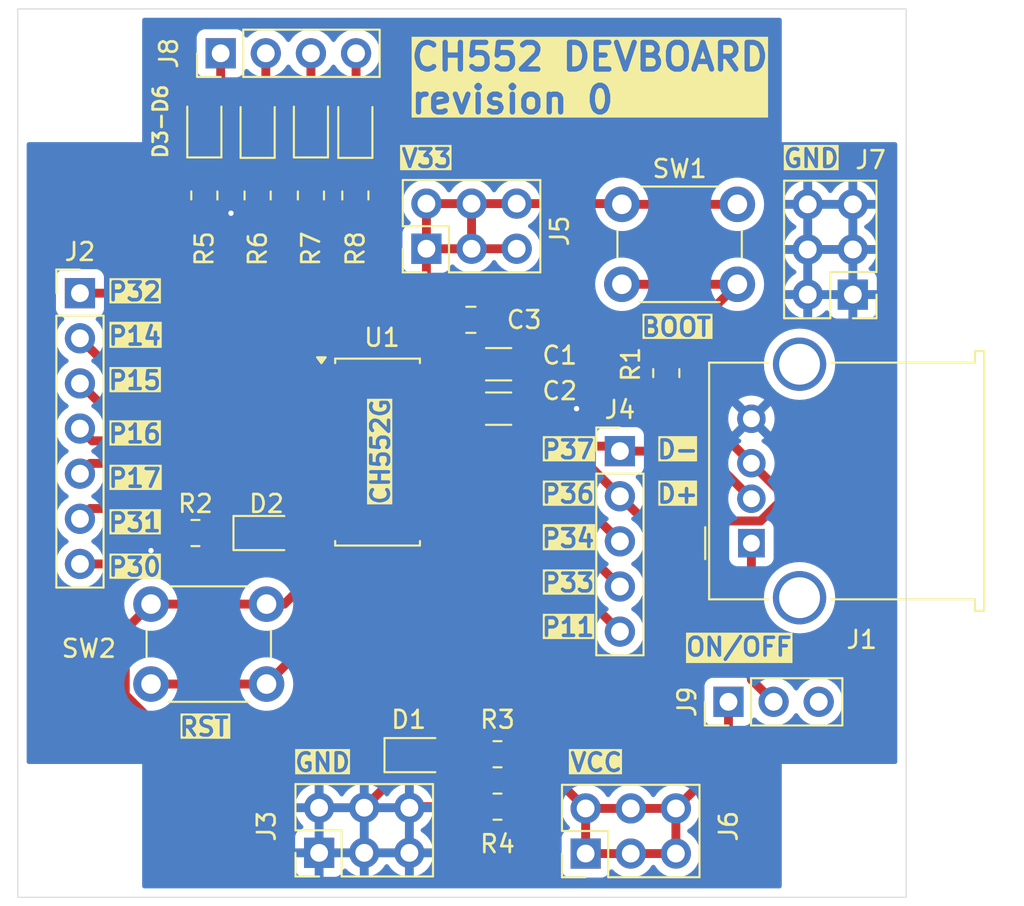
<source format=kicad_pcb>
(kicad_pcb (version 20240108) (generator "pcbnew") (generator_version "8.0")
  (layers (0 "F.Cu" signal) (31 "B.Cu" signal) (34 "B.Paste" user) (35 "F.Paste" user) (36 "B.SilkS" user "B.Silkscreen") (37 "F.SilkS" user "F.Silkscreen") (38 "B.Mask" user) (39 "F.Mask" user) (44 "Edge.Cuts" user))
  (net 0 "")
  (net 1 "V33")
  (net 2 "GND")
  (net 3 "VCC")
  (net 4 "Net-(D1-A)")
  (net 5 "P30")
  (net 6 "Net-(D2-K)")
  (net 8 "P37")
  (net 10 "P36")
  (net 11 "P32")
  (net 12 "P17")
  (net 13 "P14")
  (net 14 "P15")
  (net 15 "P31")
  (net 16 "P16")
  (net 17 "P33")
  (net 18 "P11")
  (net 19 "P34")
  (net 20 "Net-(R1-Pad1)")
  (net 21 "Net-(U1-RST{slash}T2EX{slash}CAP2)")
  (net 22 "Net-(D3-K)")
  (net 23 "Net-(D4-K)")
  (net 24 "Net-(D5-K)")
  (net 25 "Net-(D6-K)")
  (net 26 "Net-(D3-A)")
  (net 27 "Net-(D4-A)")
  (net 28 "Net-(D5-A)")
  (net 29 "Net-(D6-A)")
  (net 30 "Net-(J1-VBUS)")
  (footprint "Package_SO:SOP-16_4.55x10.3mm_P1.27mm" (layer "F.Cu") (at 120.25 74.945)
    (property "Reference" "U1" (at 0.25 -6.445 0) (layer "F.SilkS"))
    (property "Value" "CH552G")
    (fp_line (start -2.385 -5.26) (end -2.385 -5.005) (stroke (width 0.12)) (layer "F.SilkS"))
    (fp_line (start -2.385 5.26) (end -2.385 5.005) (stroke (width 0.12)) (layer "F.SilkS"))
    (fp_line (start 0 -5.26) (end -2.385 -5.26) (stroke (width 0.12)) (layer "F.SilkS"))
    (fp_line (start 0 -5.26) (end 2.385 -5.26) (stroke (width 0.12)) (layer "F.SilkS"))
    (fp_line (start 0 5.26) (end -2.385 5.26) (stroke (width 0.12)) (layer "F.SilkS"))
    (fp_line (start 0 5.26) (end 2.385 5.26) (stroke (width 0.12)) (layer "F.SilkS"))
    (fp_line (start 2.385 -5.26) (end 2.385 -5.005) (stroke (width 0.12)) (layer "F.SilkS"))
    (fp_line (start 2.385 5.26) (end 2.385 5.005) (stroke (width 0.12)) (layer "F.SilkS"))
    (fp_poly (pts (xy -3.1625 -5.005) (xy -3.4025 -5.335) (xy -2.9225 -5.335) (xy -3.1625 -5.005)) (stroke (width 0.12)) (fill solid) (layer "F.SilkS"))
    (pad "1" smd roundrect (at -3.25 -4.445) (size 1.6 0.6) (layers "F.Cu" "F.Paste" "F.Mask") (net 11 "P32"))
    (pad "2" smd roundrect (at -3.25 -3.175) (size 1.6 0.6) (layers "F.Cu" "F.Paste" "F.Mask") (net 13 "P14"))
    (pad "3" smd roundrect (at -3.25 -1.905) (size 1.6 0.6) (layers "F.Cu" "F.Paste" "F.Mask") (net 14 "P15"))
    (pad "4" smd roundrect (at -3.25 -0.635) (size 1.6 0.6) (layers "F.Cu" "F.Paste" "F.Mask") (net 16 "P16"))
    (pad "5" smd roundrect (at -3.25 0.635) (size 1.6 0.6) (layers "F.Cu" "F.Paste" "F.Mask") (net 12 "P17"))
    (pad "6" smd roundrect (at -3.25 1.905) (size 1.6 0.6) (layers "F.Cu" "F.Paste" "F.Mask") (net 21 "Net-(U1-RST{slash}T2EX{slash}CAP2)"))
    (pad "7" smd roundrect (at -3.25 3.175) (size 1.6 0.6) (layers "F.Cu" "F.Paste" "F.Mask") (net 15 "P31"))
    (pad "8" smd roundrect (at -3.25 4.445) (size 1.6 0.6) (layers "F.Cu" "F.Paste" "F.Mask") (net 5 "P30"))
    (pad "9" smd roundrect (at 3.25 4.445) (size 1.6 0.6) (layers "F.Cu" "F.Paste" "F.Mask") (net 18 "P11"))
    (pad "10" smd roundrect (at 3.25 3.175) (size 1.6 0.6) (layers "F.Cu" "F.Paste" "F.Mask") (net 17 "P33"))
    (pad "11" smd roundrect (at 3.25 1.905) (size 1.6 0.6) (layers "F.Cu" "F.Paste" "F.Mask") (net 19 "P34"))
    (pad "12" smd roundrect (at 3.25 0.635) (size 1.6 0.6) (layers "F.Cu" "F.Paste" "F.Mask") (net 10 "P36"))
    (pad "13" smd roundrect (at 3.25 -0.635) (size 1.6 0.6) (layers "F.Cu" "F.Paste" "F.Mask") (net 8 "P37"))
    (pad "14" smd roundrect (at 3.25 -1.905) (size 1.6 0.6) (layers "F.Cu" "F.Paste" "F.Mask") (net 2 "GND"))
    (pad "15" smd roundrect (at 3.25 -3.175) (size 1.6 0.6) (layers "F.Cu" "F.Paste" "F.Mask") (net 3 "VCC"))
    (pad "16" smd roundrect (at 3.25 -4.445) (size 1.6 0.6) (layers "F.Cu" "F.Paste" "F.Mask") (net 1 "V33"))
  )
  (footprint "LED_SMD:LED_0805_2012Metric_Pad1.15x1.40mm_HandSolder" (layer "F.Cu") (at 116.5 56.5 90)
    (property "Reference" "D5" (hide yes))
    (property "Value" "LED" (hide yes))
    (fp_line (start 1 -0.96) (end -1.86 -0.96) (stroke (width 0.12)) (layer "F.SilkS"))
    (fp_line (start -1.86 -0.96) (end -1.86 0.96) (stroke (width 0.12)) (layer "F.SilkS"))
    (fp_line (start -1.86 0.96) (end 1 0.96) (stroke (width 0.12)) (layer "F.SilkS"))
    (pad "1" smd roundrect (at -1.025 0 90) (size 1.15 1.4) (layers "F.Cu" "F.Paste" "F.Mask") (roundrect_rratio 0.217391) (net 24 "Net-(D5-K)"))
    (pad "2" smd roundrect (at 1.025 0 90) (size 1.15 1.4) (layers "F.Cu" "F.Paste" "F.Mask") (roundrect_rratio 0.217391) (net 28 "Net-(D5-A)"))
  )
  (footprint "Connector_PinHeader_2.54mm:PinHeader_1x04_P2.54mm_Vertical" (layer "F.Cu") (at 111.42 52.5 90)
    (property "Reference" "J8" (at 0 -2.92 90) (layer "F.SilkS"))
    (property "Value" "Conn_01x04" (hide yes))
    (fp_line (start -1.33 -1.33) (end 0 -1.33) (stroke (width 0.12)) (layer "F.SilkS"))
    (fp_line (start -1.33 0) (end -1.33 -1.33) (stroke (width 0.12)) (layer "F.SilkS"))
    (fp_line (start 1.33 1.27) (end 1.33 8.95) (stroke (width 0.12)) (layer "F.SilkS"))
    (fp_line (start -1.33 1.27) (end 1.33 1.27) (stroke (width 0.12)) (layer "F.SilkS"))
    (fp_line (start -1.33 1.27) (end -1.33 8.95) (stroke (width 0.12)) (layer "F.SilkS"))
    (fp_line (start -1.33 8.95) (end 1.33 8.95) (stroke (width 0.12)) (layer "F.SilkS"))
    (pad "1" thru_hole rect (at 0 0 90) (size 1.7 1.7) (drill 1) (layers "*.Cu" "*.Mask") (net 26 "Net-(D3-A)"))
    (pad "2" thru_hole oval (at 0 2.54 90) (size 1.7 1.7) (drill 1) (layers "*.Cu" "*.Mask") (net 27 "Net-(D4-A)"))
    (pad "3" thru_hole oval (at 0 5.08 90) (size 1.7 1.7) (drill 1) (layers "*.Cu" "*.Mask") (net 28 "Net-(D5-A)"))
    (pad "4" thru_hole oval (at 0 7.62 90) (size 1.7 1.7) (drill 1) (layers "*.Cu" "*.Mask") (net 29 "Net-(D6-A)"))
  )
  (footprint "LED_SMD:LED_0805_2012Metric_Pad1.15x1.40mm_HandSolder" (layer "F.Cu") (at 122.5 92)
    (property "Reference" "D1" (at -0.5 -2 0) (layer "F.SilkS"))
    (property "Value" "LED")
    (fp_line (start -1.86 -0.96) (end -1.86 0.96) (stroke (width 0.12)) (layer "F.SilkS"))
    (fp_line (start -1.86 0.96) (end 1 0.96) (stroke (width 0.12)) (layer "F.SilkS"))
    (fp_line (start 1 -0.96) (end -1.86 -0.96) (stroke (width 0.12)) (layer "F.SilkS"))
    (pad "1" smd roundrect (at -1.025 0) (size 1.15 1.4) (layers "F.Cu" "F.Paste" "F.Mask") (roundrect_rratio 0.217391) (net 2 "GND"))
    (pad "2" smd roundrect (at 1.025 0) (size 1.15 1.4) (layers "F.Cu" "F.Paste" "F.Mask") (roundrect_rratio 0.217391) (net 4 "Net-(D1-A)"))
  )
  (footprint "LED_SMD:LED_0805_2012Metric_Pad1.15x1.40mm_HandSolder" (layer "F.Cu") (at 114 79.5)
    (property "Reference" "D2" (at 0 -1.65 0) (layer "F.SilkS"))
    (property "Value" "LED")
    (fp_line (start -1.86 -0.96) (end -1.86 0.96) (stroke (width 0.12)) (layer "F.SilkS"))
    (fp_line (start -1.86 0.96) (end 1 0.96) (stroke (width 0.12)) (layer "F.SilkS"))
    (fp_line (start 1 -0.96) (end -1.86 -0.96) (stroke (width 0.12)) (layer "F.SilkS"))
    (pad "1" smd roundrect (at -1.025 0) (size 1.15 1.4) (layers "F.Cu" "F.Paste" "F.Mask") (roundrect_rratio 0.217391) (net 6 "Net-(D2-K)"))
    (pad "2" smd roundrect (at 1.025 0) (size 1.15 1.4) (layers "F.Cu" "F.Paste" "F.Mask") (roundrect_rratio 0.217391) (net 5 "P30"))
  )
  (footprint "MountingHole:MountingHole_3mm" (layer "F.Cu") (at 103.5 53.5)
    (property "Reference" "H1" (hide yes))
    (property "Value" "MountingHole" (hide yes))
    (pad "" np_thru_hole circle (at 0 0) (size 3 3) (drill 3) (layers "*.Cu" "*.Mask"))
  )
  (footprint "LED_SMD:LED_0805_2012Metric_Pad1.15x1.40mm_HandSolder" (layer "F.Cu") (at 113.5 56.525 90)
    (property "Reference" "D4" (hide yes))
    (property "Value" "LED" (hide yes))
    (fp_line (start 1 -0.96) (end -1.86 -0.96) (stroke (width 0.12)) (layer "F.SilkS"))
    (fp_line (start -1.86 -0.96) (end -1.86 0.96) (stroke (width 0.12)) (layer "F.SilkS"))
    (fp_line (start -1.86 0.96) (end 1 0.96) (stroke (width 0.12)) (layer "F.SilkS"))
    (pad "1" smd roundrect (at -1.025 0 90) (size 1.15 1.4) (layers "F.Cu" "F.Paste" "F.Mask") (roundrect_rratio 0.217391) (net 23 "Net-(D4-K)"))
    (pad "2" smd roundrect (at 1.025 0 90) (size 1.15 1.4) (layers "F.Cu" "F.Paste" "F.Mask") (roundrect_rratio 0.217391) (net 27 "Net-(D4-A)"))
  )
  (footprint "LED_SMD:LED_0805_2012Metric_Pad1.15x1.40mm_HandSolder" (layer "F.Cu") (at 110.5 56.5 90)
    (property "Reference" "D3" (hide yes))
    (property "Value" "LED" (hide yes))
    (fp_line (start 1 -0.96) (end -1.86 -0.96) (stroke (width 0.12)) (layer "F.SilkS"))
    (fp_line (start -1.86 -0.96) (end -1.86 0.96) (stroke (width 0.12)) (layer "F.SilkS"))
    (fp_line (start -1.86 0.96) (end 1 0.96) (stroke (width 0.12)) (layer "F.SilkS"))
    (pad "1" smd roundrect (at -1.025 0 90) (size 1.15 1.4) (layers "F.Cu" "F.Paste" "F.Mask") (roundrect_rratio 0.217391) (net 22 "Net-(D3-K)"))
    (pad "2" smd roundrect (at 1.025 0 90) (size 1.15 1.4) (layers "F.Cu" "F.Paste" "F.Mask") (roundrect_rratio 0.217391) (net 26 "Net-(D3-A)"))
  )
  (footprint "Connector_PinHeader_2.54mm:PinHeader_1x05_P2.54mm_Vertical" (layer "F.Cu") (at 133.890001 74.890001)
    (property "Reference" "J4" (at 0 -2.33 0) (layer "F.SilkS"))
    (property "Value" "Conn_01x05" (hide yes))
    (fp_line (start -1.33 -1.33) (end 0 -1.33) (stroke (width 0.12)) (layer "F.SilkS"))
    (fp_line (start -1.33 0) (end -1.33 -1.33) (stroke (width 0.12)) (layer "F.SilkS"))
    (fp_line (start -1.33 1.27) (end -1.33 11.49) (stroke (width 0.12)) (layer "F.SilkS"))
    (fp_line (start -1.33 1.27) (end 1.33 1.27) (stroke (width 0.12)) (layer "F.SilkS"))
    (fp_line (start -1.33 11.49) (end 1.33 11.49) (stroke (width 0.12)) (layer "F.SilkS"))
    (fp_line (start 1.33 1.27) (end 1.33 11.49) (stroke (width 0.12)) (layer "F.SilkS"))
    (pad "1" thru_hole rect (at 0 0) (size 1.7 1.7) (drill 1) (layers "*.Cu" "*.Mask") (net 8 "P37"))
    (pad "2" thru_hole oval (at 0 2.54) (size 1.7 1.7) (drill 1) (layers "*.Cu" "*.Mask") (net 10 "P36"))
    (pad "3" thru_hole oval (at 0 5.08) (size 1.7 1.7) (drill 1) (layers "*.Cu" "*.Mask") (net 19 "P34"))
    (pad "4" thru_hole oval (at 0 7.62) (size 1.7 1.7) (drill 1) (layers "*.Cu" "*.Mask") (net 17 "P33"))
    (pad "5" thru_hole oval (at 0 10.16) (size 1.7 1.7) (drill 1) (layers "*.Cu" "*.Mask") (net 18 "P11"))
  )
  (footprint "Resistor_SMD:R_0805_2012Metric_Pad1.20x1.40mm_HandSolder" (layer "F.Cu") (at 113.5 60.5 90)
    (property "Reference" "R6" (at -3 0 90) (layer "F.SilkS"))
    (property "Value" "1k")
    (fp_line (start -0.227064 -0.735) (end 0.227064 -0.735) (stroke (width 0.12)) (layer "F.SilkS"))
    (fp_line (start -0.227064 0.735) (end 0.227064 0.735) (stroke (width 0.12)) (layer "F.SilkS"))
    (pad "1" smd roundrect (at -1 0 90) (size 1.2 1.4) (layers "F.Cu" "F.Paste" "F.Mask") (roundrect_rratio 0.208333) (net 2 "GND"))
    (pad "2" smd roundrect (at 1 0 90) (size 1.2 1.4) (layers "F.Cu" "F.Paste" "F.Mask") (roundrect_rratio 0.208333) (net 23 "Net-(D4-K)"))
  )
  (footprint "Connector_PinHeader_2.54mm:PinHeader_2x03_P2.54mm_Vertical" (layer "F.Cu") (at 116.96 97.5 90)
    (property "Reference" "J3" (at 1.5 -2.96 90) (layer "F.SilkS"))
    (property "Value" "Conn_02x03_Counter_Clockwise" (hide yes))
    (fp_line (start 3.87 -1.33) (end 3.87 6.41) (stroke (width 0.12)) (layer "F.SilkS"))
    (fp_line (start 1.27 -1.33) (end 3.87 -1.33) (stroke (width 0.12)) (layer "F.SilkS"))
    (fp_line (start -1.33 -1.33) (end 0 -1.33) (stroke (width 0.12)) (layer "F.SilkS"))
    (fp_line (start -1.33 0) (end -1.33 -1.33) (stroke (width 0.12)) (layer "F.SilkS"))
    (fp_line (start 1.27 1.27) (end 1.27 -1.33) (stroke (width 0.12)) (layer "F.SilkS"))
    (fp_line (start -1.33 1.27) (end 1.27 1.27) (stroke (width 0.12)) (layer "F.SilkS"))
    (fp_line (start -1.33 1.27) (end -1.33 6.41) (stroke (width 0.12)) (layer "F.SilkS"))
    (fp_line (start -1.33 6.41) (end 3.87 6.41) (stroke (width 0.12)) (layer "F.SilkS"))
    (pad "1" thru_hole rect (at 0 0 90) (size 1.7 1.7) (drill 1) (layers "*.Cu" "*.Mask") (net 2 "GND"))
    (pad "2" thru_hole oval (at 2.54 0 90) (size 1.7 1.7) (drill 1) (layers "*.Cu" "*.Mask") (net 2 "GND"))
    (pad "3" thru_hole oval (at 0 2.54 90) (size 1.7 1.7) (drill 1) (layers "*.Cu" "*.Mask") (net 2 "GND"))
    (pad "4" thru_hole oval (at 2.54 2.54 90) (size 1.7 1.7) (drill 1) (layers "*.Cu" "*.Mask") (net 2 "GND"))
    (pad "5" thru_hole oval (at 0 5.08 90) (size 1.7 1.7) (drill 1) (layers "*.Cu" "*.Mask") (net 2 "GND"))
    (pad "6" thru_hole oval (at 2.54 5.08 90) (size 1.7 1.7) (drill 1) (layers "*.Cu" "*.Mask") (net 2 "GND"))
  )
  (footprint "Connector_PinHeader_2.54mm:PinHeader_2x03_P2.54mm_Vertical" (layer "F.Cu") (at 147 66.08 180)
    (property "Reference" "J7" (at -1 7.58 0) (layer "F.SilkS"))
    (property "Value" "Conn_02x03_Counter_Clockwise" (hide yes))
    (fp_line (start 3.87 -1.33) (end 3.87 6.41) (stroke (width 0.12)) (layer "F.SilkS"))
    (fp_line (start 1.27 1.27) (end 1.27 -1.33) (stroke (width 0.12)) (layer "F.SilkS"))
    (fp_line (start 1.27 -1.33) (end 3.87 -1.33) (stroke (width 0.12)) (layer "F.SilkS"))
    (fp_line (start -1.33 6.41) (end 3.87 6.41) (stroke (width 0.12)) (layer "F.SilkS"))
    (fp_line (start -1.33 1.27) (end 1.27 1.27) (stroke (width 0.12)) (layer "F.SilkS"))
    (fp_line (start -1.33 1.27) (end -1.33 6.41) (stroke (width 0.12)) (layer "F.SilkS"))
    (fp_line (start -1.33 0) (end -1.33 -1.33) (stroke (width 0.12)) (layer "F.SilkS"))
    (fp_line (start -1.33 -1.33) (end 0 -1.33) (stroke (width 0.12)) (layer "F.SilkS"))
    (pad "1" thru_hole rect (at 0 0 180) (size 1.7 1.7) (drill 1) (layers "*.Cu" "*.Mask") (net 2 "GND"))
    (pad "2" thru_hole oval (at 2.54 0 180) (size 1.7 1.7) (drill 1) (layers "*.Cu" "*.Mask") (net 2 "GND"))
    (pad "3" thru_hole oval (at 0 2.54 180) (size 1.7 1.7) (drill 1) (layers "*.Cu" "*.Mask") (net 2 "GND"))
    (pad "4" thru_hole oval (at 2.54 2.54 180) (size 1.7 1.7) (drill 1) (layers "*.Cu" "*.Mask") (net 2 "GND"))
    (pad "5" thru_hole oval (at 0 5.08 180) (size 1.7 1.7) (drill 1) (layers "*.Cu" "*.Mask") (net 2 "GND"))
    (pad "6" thru_hole oval (at 2.54 5.08 180) (size 1.7 1.7) (drill 1) (layers "*.Cu" "*.Mask") (net 2 "GND"))
  )
  (footprint "Connector_PinHeader_2.54mm:PinHeader_2x03_P2.54mm_Vertical" (layer "F.Cu") (at 123 63.5 90)
    (property "Reference" "J5" (at 1 7.5 90) (layer "F.SilkS"))
    (property "Value" "Conn_02x03_Counter_Clockwise" (hide yes))
    (fp_line (start 3.87 -1.33) (end 3.87 6.41) (stroke (width 0.12)) (layer "F.SilkS"))
    (fp_line (start 1.27 -1.33) (end 3.87 -1.33) (stroke (width 0.12)) (layer "F.SilkS"))
    (fp_line (start -1.33 -1.33) (end 0 -1.33) (stroke (width 0.12)) (layer "F.SilkS"))
    (fp_line (start -1.33 0) (end -1.33 -1.33) (stroke (width 0.12)) (layer "F.SilkS"))
    (fp_line (start 1.27 1.27) (end 1.27 -1.33) (stroke (width 0.12)) (layer "F.SilkS"))
    (fp_line (start -1.33 1.27) (end 1.27 1.27) (stroke (width 0.12)) (layer "F.SilkS"))
    (fp_line (start -1.33 1.27) (end -1.33 6.41) (stroke (width 0.12)) (layer "F.SilkS"))
    (fp_line (start -1.33 6.41) (end 3.87 6.41) (stroke (width 0.12)) (layer "F.SilkS"))
    (pad "1" thru_hole rect (at 0 0 90) (size 1.7 1.7) (drill 1) (layers "*.Cu" "*.Mask") (net 1 "V33"))
    (pad "2" thru_hole oval (at 2.54 0 90) (size 1.7 1.7) (drill 1) (layers "*.Cu" "*.Mask") (net 1 "V33"))
    (pad "3" thru_hole oval (at 0 2.54 90) (size 1.7 1.7) (drill 1) (layers "*.Cu" "*.Mask") (net 1 "V33"))
    (pad "4" thru_hole oval (at 2.54 2.54 90) (size 1.7 1.7) (drill 1) (layers "*.Cu" "*.Mask") (net 1 "V33"))
    (pad "5" thru_hole oval (at 0 5.08 90) (size 1.7 1.7) (drill 1) (layers "*.Cu" "*.Mask") (net 1 "V33"))
    (pad "6" thru_hole oval (at 2.54 5.08 90) (size 1.7 1.7) (drill 1) (layers "*.Cu" "*.Mask") (net 1 "V33"))
  )
  (footprint "Button_Switch_THT:SW_PUSH_6mm_H4.3mm" (layer "F.Cu") (at 107.5 83.5)
    (property "Reference" "SW2" (at -3.5 2.5 0) (layer "F.SilkS"))
    (property "Value" "SW_Push" (hide yes))
    (fp_line (start -0.25 1.5) (end -0.25 3) (stroke (width 0.12)) (layer "F.SilkS"))
    (fp_line (start 1 5.5) (end 5.5 5.5) (stroke (width 0.12)) (layer "F.SilkS"))
    (fp_line (start 5.5 -1) (end 1 -1) (stroke (width 0.12)) (layer "F.SilkS"))
    (fp_line (start 6.75 3) (end 6.75 1.5) (stroke (width 0.12)) (layer "F.SilkS"))
    (pad "1" thru_hole circle (at 0 0 90) (size 2 2) (drill 1.1) (layers "*.Cu" "*.Mask") (net 21 "Net-(U1-RST{slash}T2EX{slash}CAP2)"))
    (pad "1" thru_hole circle (at 6.5 0 90) (size 2 2) (drill 1.1) (layers "*.Cu" "*.Mask") (net 21 "Net-(U1-RST{slash}T2EX{slash}CAP2)"))
    (pad "2" thru_hole circle (at 0 4.5 90) (size 2 2) (drill 1.1) (layers "*.Cu" "*.Mask") (net 1 "V33"))
    (pad "2" thru_hole circle (at 6.5 4.5 90) (size 2 2) (drill 1.1) (layers "*.Cu" "*.Mask") (net 1 "V33"))
  )
  (footprint "Resistor_SMD:R_0805_2012Metric_Pad1.20x1.40mm_HandSolder" (layer "F.Cu") (at 119 60.5 90)
    (property "Reference" "R8" (at -3 0 90) (layer "F.SilkS"))
    (property "Value" "1k")
    (fp_line (start -0.227064 -0.735) (end 0.227064 -0.735) (stroke (width 0.12)) (layer "F.SilkS"))
    (fp_line (start -0.227064 0.735) (end 0.227064 0.735) (stroke (width 0.12)) (layer "F.SilkS"))
    (pad "1" smd roundrect (at -1 0 90) (size 1.2 1.4) (layers "F.Cu" "F.Paste" "F.Mask") (roundrect_rratio 0.208333) (net 2 "GND"))
    (pad "2" smd roundrect (at 1 0 90) (size 1.2 1.4) (layers "F.Cu" "F.Paste" "F.Mask") (roundrect_rratio 0.208333) (net 25 "Net-(D6-K)"))
  )
  (footprint "Resistor_SMD:R_0805_2012Metric_Pad1.20x1.40mm_HandSolder" (layer "F.Cu") (at 116.5 60.5 90)
    (property "Reference" "R7" (at -3 0 90) (layer "F.SilkS"))
    (property "Value" "1k")
    (fp_line (start -0.227064 -0.735) (end 0.227064 -0.735) (stroke (width 0.12)) (layer "F.SilkS"))
    (fp_line (start -0.227064 0.735) (end 0.227064 0.735) (stroke (width 0.12)) (layer "F.SilkS"))
    (pad "1" smd roundrect (at -1 0 90) (size 1.2 1.4) (layers "F.Cu" "F.Paste" "F.Mask") (roundrect_rratio 0.208333) (net 2 "GND"))
    (pad "2" smd roundrect (at 1 0 90) (size 1.2 1.4) (layers "F.Cu" "F.Paste" "F.Mask") (roundrect_rratio 0.208333) (net 24 "Net-(D5-K)"))
  )
  (footprint "Connector_PinHeader_2.54mm:PinHeader_2x03_P2.54mm_Vertical" (layer "F.Cu") (at 131.96 97.54 90)
    (property "Reference" "J6" (at 1.54 8.04 -90) (layer "F.SilkS"))
    (property "Value" "Conn_02x03_Counter_Clockwise" (hide yes))
    (fp_line (start 3.87 -1.33) (end 3.87 6.41) (stroke (width 0.12)) (layer "F.SilkS"))
    (fp_line (start 1.27 -1.33) (end 3.87 -1.33) (stroke (width 0.12)) (layer "F.SilkS"))
    (fp_line (start -1.33 -1.33) (end 0 -1.33) (stroke (width 0.12)) (layer "F.SilkS"))
    (fp_line (start -1.33 0) (end -1.33 -1.33) (stroke (width 0.12)) (layer "F.SilkS"))
    (fp_line (start 1.27 1.27) (end 1.27 -1.33) (stroke (width 0.12)) (layer "F.SilkS"))
    (fp_line (start -1.33 1.27) (end 1.27 1.27) (stroke (width 0.12)) (layer "F.SilkS"))
    (fp_line (start -1.33 1.27) (end -1.33 6.41) (stroke (width 0.12)) (layer "F.SilkS"))
    (fp_line (start -1.33 6.41) (end 3.87 6.41) (stroke (width 0.12)) (layer "F.SilkS"))
    (pad "1" thru_hole rect (at 0 0 90) (size 1.7 1.7) (drill 1) (layers "*.Cu" "*.Mask") (net 3 "VCC"))
    (pad "2" thru_hole oval (at 2.54 0 90) (size 1.7 1.7) (drill 1) (layers "*.Cu" "*.Mask") (net 3 "VCC"))
    (pad "3" thru_hole oval (at 0 2.54 90) (size 1.7 1.7) (drill 1) (layers "*.Cu" "*.Mask") (net 3 "VCC"))
    (pad "4" thru_hole oval (at 2.54 2.54 90) (size 1.7 1.7) (drill 1) (layers "*.Cu" "*.Mask") (net 3 "VCC"))
    (pad "5" thru_hole oval (at 0 5.08 90) (size 1.7 1.7) (drill 1) (layers "*.Cu" "*.Mask") (net 3 "VCC"))
    (pad "6" thru_hole oval (at 2.54 5.08 90) (size 1.7 1.7) (drill 1) (layers "*.Cu" "*.Mask") (net 3 "VCC"))
  )
  (footprint "Resistor_SMD:R_0805_2012Metric_Pad1.20x1.40mm_HandSolder" (layer "F.Cu") (at 127 91.95)
    (property "Reference" "R3" (at 0 -1.95 0) (layer "F.SilkS"))
    (property "Value" "1k")
    (fp_line (start -0.227064 -0.735) (end 0.227064 -0.735) (stroke (width 0.12)) (layer "F.SilkS"))
    (fp_line (start -0.227064 0.735) (end 0.227064 0.735) (stroke (width 0.12)) (layer "F.SilkS"))
    (pad "1" smd roundrect (at -1 0) (size 1.2 1.4) (layers "F.Cu" "F.Paste" "F.Mask") (roundrect_rratio 0.208333) (net 4 "Net-(D1-A)"))
    (pad "2" smd roundrect (at 1 0) (size 1.2 1.4) (layers "F.Cu" "F.Paste" "F.Mask") (roundrect_rratio 0.208333) (net 3 "VCC"))
  )
  (footprint "Resistor_SMD:R_0805_2012Metric_Pad1.20x1.40mm_HandSolder" (layer "F.Cu") (at 136.5 70.5 -90)
    (property "Reference" "R1" (at -0.5 2 -90) (layer "F.SilkS"))
    (property "Value" "10k")
    (fp_line (start -0.227064 0.735) (end 0.227064 0.735) (stroke (width 0.12)) (layer "F.SilkS"))
    (fp_line (start -0.227064 -0.735) (end 0.227064 -0.735) (stroke (width 0.12)) (layer "F.SilkS"))
    (pad "1" smd roundrect (at -1 0 270) (size 1.2 1.4) (layers "F.Cu" "F.Paste" "F.Mask") (roundrect_rratio 0.208333) (net 20 "Net-(R1-Pad1)"))
    (pad "2" smd roundrect (at 1 0 270) (size 1.2 1.4) (layers "F.Cu" "F.Paste" "F.Mask") (roundrect_rratio 0.208333) (net 10 "P36"))
  )
  (footprint "Capacitor_SMD:C_1206_3216Metric_Pad1.33x1.80mm_HandSolder" (layer "F.Cu") (at 127.0625 72.5 180)
    (property "Reference" "C2" (at -3.4375 1 0) (layer "F.SilkS"))
    (property "Value" "100n")
    (fp_line (start -0.711252 0.91) (end 0.711252 0.91) (stroke (width 0.12)) (layer "F.SilkS"))
    (fp_line (start -0.711252 -0.91) (end 0.711252 -0.91) (stroke (width 0.12)) (layer "F.SilkS"))
    (pad "1" smd roundrect (at -1.5625 0 180) (size 1.325 1.8) (layers "F.Cu" "F.Paste" "F.Mask") (roundrect_rratio 0.188679) (net 2 "GND"))
    (pad "2" smd roundrect (at 1.5625 0 180) (size 1.325 1.8) (layers "F.Cu" "F.Paste" "F.Mask") (roundrect_rratio 0.188679) (net 3 "VCC"))
  )
  (footprint "Resistor_SMD:R_0805_2012Metric_Pad1.20x1.40mm_HandSolder" (layer "F.Cu") (at 110 79.5)
    (property "Reference" "R2" (at 0 -1.65 0) (layer "F.SilkS"))
    (property "Value" "1k")
    (fp_line (start -0.227064 -0.735) (end 0.227064 -0.735) (stroke (width 0.12)) (layer "F.SilkS"))
    (fp_line (start -0.227064 0.735) (end 0.227064 0.735) (stroke (width 0.12)) (layer "F.SilkS"))
    (pad "1" smd roundrect (at -1 0) (size 1.2 1.4) (layers "F.Cu" "F.Paste" "F.Mask") (roundrect_rratio 0.208333) (net 2 "GND"))
    (pad "2" smd roundrect (at 1 0) (size 1.2 1.4) (layers "F.Cu" "F.Paste" "F.Mask") (roundrect_rratio 0.208333) (net 6 "Net-(D2-K)"))
  )
  (footprint "Resistor_SMD:R_0805_2012Metric_Pad1.20x1.40mm_HandSolder" (layer "F.Cu") (at 127 94.9)
    (property "Reference" "R4" (at 0 2.1 0) (layer "F.SilkS"))
    (property "Value" "10k")
    (fp_line (start -0.227064 -0.735) (end 0.227064 -0.735) (stroke (width 0.12)) (layer "F.SilkS"))
    (fp_line (start -0.227064 0.735) (end 0.227064 0.735) (stroke (width 0.12)) (layer "F.SilkS"))
    (pad "1" smd roundrect (at -1 0) (size 1.2 1.4) (layers "F.Cu" "F.Paste" "F.Mask") (roundrect_rratio 0.208333) (net 2 "GND"))
    (pad "2" smd roundrect (at 1 0) (size 1.2 1.4) (layers "F.Cu" "F.Paste" "F.Mask") (roundrect_rratio 0.208333) (net 21 "Net-(U1-RST{slash}T2EX{slash}CAP2)"))
  )
  (footprint "MountingHole:MountingHole_3mm" (layer "F.Cu") (at 103.5 96.5)
    (property "Reference" "H3" (hide yes))
    (property "Value" "MountingHole" (hide yes))
    (pad "" np_thru_hole circle (at 0 0) (size 3 3) (drill 3) (layers "*.Cu" "*.Mask"))
  )
  (footprint "LED_SMD:LED_0805_2012Metric_Pad1.15x1.40mm_HandSolder" (layer "F.Cu") (at 119 56.525 90)
    (property "Reference" "D6" (hide yes))
    (property "Value" "LED" (hide yes))
    (fp_line (start 1 -0.96) (end -1.86 -0.96) (stroke (width 0.12)) (layer "F.SilkS"))
    (fp_line (start -1.86 -0.96) (end -1.86 0.96) (stroke (width 0.12)) (layer "F.SilkS"))
    (fp_line (start -1.86 0.96) (end 1 0.96) (stroke (width 0.12)) (layer "F.SilkS"))
    (pad "1" smd roundrect (at -1.025 0 90) (size 1.15 1.4) (layers "F.Cu" "F.Paste" "F.Mask") (roundrect_rratio 0.217391) (net 25 "Net-(D6-K)"))
    (pad "2" smd roundrect (at 1.025 0 90) (size 1.15 1.4) (layers "F.Cu" "F.Paste" "F.Mask") (roundrect_rratio 0.217391) (net 29 "Net-(D6-A)"))
  )
  (footprint "Resistor_SMD:R_0805_2012Metric_Pad1.20x1.40mm_HandSolder" (layer "F.Cu") (at 110.5 60.5 90)
    (property "Reference" "R5" (at -3 0 90) (layer "F.SilkS"))
    (property "Value" "1k")
    (fp_line (start -0.227064 -0.735) (end 0.227064 -0.735) (stroke (width 0.12)) (layer "F.SilkS"))
    (fp_line (start -0.227064 0.735) (end 0.227064 0.735) (stroke (width 0.12)) (layer "F.SilkS"))
    (pad "1" smd roundrect (at -1 0 90) (size 1.2 1.4) (layers "F.Cu" "F.Paste" "F.Mask") (roundrect_rratio 0.208333) (net 2 "GND"))
    (pad "2" smd roundrect (at 1 0 90) (size 1.2 1.4) (layers "F.Cu" "F.Paste" "F.Mask") (roundrect_rratio 0.208333) (net 22 "Net-(D3-K)"))
  )
  (footprint "MountingHole:MountingHole_3mm" (layer "F.Cu") (at 146.5 53.5)
    (property "Reference" "H2" (hide yes))
    (property "Value" "MountingHole" (hide yes))
    (pad "" np_thru_hole circle (at 0 0) (size 3 3) (drill 3) (layers "*.Cu" "*.Mask"))
  )
  (footprint "Connector_PinHeader_2.54mm:PinHeader_1x07_P2.54mm_Vertical" (layer "F.Cu") (at 103.5 66)
    (property "Reference" "J2" (at 0 -2.33 0) (layer "F.SilkS"))
    (property "Value" "Conn_01x07" (hide yes))
    (fp_line (start -1.33 -1.33) (end 0 -1.33) (stroke (width 0.12)) (layer "F.SilkS"))
    (fp_line (start -1.33 0) (end -1.33 -1.33) (stroke (width 0.12)) (layer "F.SilkS"))
    (fp_line (start -1.33 1.27) (end -1.33 16.57) (stroke (width 0.12)) (layer "F.SilkS"))
    (fp_line (start -1.33 1.27) (end 1.33 1.27) (stroke (width 0.12)) (layer "F.SilkS"))
    (fp_line (start -1.33 16.57) (end 1.33 16.57) (stroke (width 0.12)) (layer "F.SilkS"))
    (fp_line (start 1.33 1.27) (end 1.33 16.57) (stroke (width 0.12)) (layer "F.SilkS"))
    (pad "1" thru_hole rect (at 0 0) (size 1.7 1.7) (drill 1) (layers "*.Cu" "*.Mask") (net 11 "P32"))
    (pad "2" thru_hole oval (at 0 2.54) (size 1.7 1.7) (drill 1) (layers "*.Cu" "*.Mask") (net 13 "P14"))
    (pad "3" thru_hole oval (at 0 5.08) (size 1.7 1.7) (drill 1) (layers "*.Cu" "*.Mask") (net 14 "P15"))
    (pad "4" thru_hole oval (at 0 7.62) (size 1.7 1.7) (drill 1) (layers "*.Cu" "*.Mask") (net 16 "P16"))
    (pad "5" thru_hole oval (at 0 10.16) (size 1.7 1.7) (drill 1) (layers "*.Cu" "*.Mask") (net 12 "P17"))
    (pad "6" thru_hole oval (at 0 12.7) (size 1.7 1.7) (drill 1) (layers "*.Cu" "*.Mask") (net 15 "P31"))
    (pad "7" thru_hole oval (at 0 15.24) (size 1.7 1.7) (drill 1) (layers "*.Cu" "*.Mask") (net 5 "P30"))
  )
  (footprint "Connector_PinHeader_2.54mm:PinHeader_1x03_P2.54mm_Vertical" (layer "F.Cu") (at 140 89 90)
    (property "Reference" "J9" (at 0 -2.33 90) (layer "F.SilkS"))
    (property "Value" "Conn_01x03")
    (fp_line (start -1.33 -1.33) (end 0 -1.33) (stroke (width 0.12)) (layer "F.SilkS"))
    (fp_line (start -1.33 0) (end -1.33 -1.33) (stroke (width 0.12)) (layer "F.SilkS"))
    (fp_line (start 1.33 1.27) (end 1.33 6.41) (stroke (width 0.12)) (layer "F.SilkS"))
    (fp_line (start -1.33 1.27) (end 1.33 1.27) (stroke (width 0.12)) (layer "F.SilkS"))
    (fp_line (start -1.33 1.27) (end -1.33 6.41) (stroke (width 0.12)) (layer "F.SilkS"))
    (fp_line (start -1.33 6.41) (end 1.33 6.41) (stroke (width 0.12)) (layer "F.SilkS"))
    (pad "1" thru_hole rect (at 0 0 90) (size 1.7 1.7) (drill 1) (layers "*.Cu" "*.Mask") (net 3 "VCC"))
    (pad "2" thru_hole oval (at 0 2.54 90) (size 1.7 1.7) (drill 1) (layers "*.Cu" "*.Mask") (net 30 "Net-(J1-VBUS)"))
    (pad "3" thru_hole oval (at 0 5.08 90) (size 1.7 1.7) (drill 1) (layers "*.Cu" "*.Mask"))
  )
  (footprint "Capacitor_SMD:C_1206_3216Metric_Pad1.33x1.80mm_HandSolder" (layer "F.Cu") (at 127.0625 70 180)
    (property "Reference" "C1" (at -3.4375 0.5 0) (layer "F.SilkS"))
    (property "Value" "100n")
    (fp_line (start -0.711252 0.91) (end 0.711252 0.91) (stroke (width 0.12)) (layer "F.SilkS"))
    (fp_line (start -0.711252 -0.91) (end 0.711252 -0.91) (stroke (width 0.12)) (layer "F.SilkS"))
    (pad "1" smd roundrect (at -1.5625 0 180) (size 1.325 1.8) (layers "F.Cu" "F.Paste" "F.Mask") (roundrect_rratio 0.188679) (net 2 "GND"))
    (pad "2" smd roundrect (at 1.5625 0 180) (size 1.325 1.8) (layers "F.Cu" "F.Paste" "F.Mask") (roundrect_rratio 0.188679) (net 1 "V33"))
  )
  (footprint "Capacitor_SMD:C_0805_2012Metric_Pad1.18x1.45mm_HandSolder" (layer "F.Cu") (at 125.5 67.5)
    (property "Reference" "C3" (at 3 0 0) (layer "F.SilkS"))
    (property "Value" "10uf")
    (fp_line (start -0.261252 -0.735) (end 0.261252 -0.735) (stroke (width 0.12)) (layer "F.SilkS"))
    (fp_line (start -0.261252 0.735) (end 0.261252 0.735) (stroke (width 0.12)) (layer "F.SilkS"))
    (pad "1" smd roundrect (at -1.0375 0) (size 1.175 1.45) (layers "F.Cu" "F.Paste" "F.Mask") (roundrect_rratio 0.212766) (net 1 "V33"))
    (pad "2" smd roundrect (at 1.0375 0) (size 1.175 1.45) (layers "F.Cu" "F.Paste" "F.Mask") (roundrect_rratio 0.212766) (net 2 "GND"))
  )
  (footprint "Library:USB_A_Molex_67643_Horizontal" (layer "F.Cu") (at 141.29 80.07 90)
    (property "Reference" "J1" (at -5.43 6.21 180) (layer "F.SilkS"))
    (property "Value" "USB1")
    (fp_line (start -0.9 -2.6) (end 0.9 -2.6) (stroke (width 0.12)) (layer "F.SilkS"))
    (fp_line (start 10.16 -2.38) (end 10.16 0.95) (stroke (width 0.12)) (layer "F.SilkS"))
    (fp_line (start -3.16 -2.38) (end 10.16 -2.38) (stroke (width 0.12)) (layer "F.SilkS"))
    (fp_line (start -3.16 -2.38) (end -3.16 0.95) (stroke (width 0.12)) (layer "F.SilkS"))
    (fp_line (start 10.16 4.47) (end 10.16 12.58) (stroke (width 0.12)) (layer "F.SilkS"))
    (fp_line (start 10.81 12.58) (end 10.16 12.58) (stroke (width 0.12)) (layer "F.SilkS"))
    (fp_line (start -3.16 12.58) (end -3.16 4.47) (stroke (width 0.12)) (layer "F.SilkS"))
    (fp_line (start -3.16 12.58) (end -3.81 12.58) (stroke (width 0.12)) (layer "F.SilkS"))
    (fp_line (start -3.81 12.58) (end -3.81 13.1) (stroke (width 0.12)) (layer "F.SilkS"))
    (fp_line (start 10.81 13.1) (end 10.81 12.58) (stroke (width 0.12)) (layer "F.SilkS"))
    (fp_line (start -3.81 13.1) (end 10.81 13.1) (stroke (width 0.12)) (layer "F.SilkS"))
    (pad "1" thru_hole rect (at 0 0 90) (size 1.6 1.5) (drill 0.95) (layers "*.Cu" "*.Mask") (net 30 "Net-(J1-VBUS)"))
    (pad "2" thru_hole circle (at 2.5 0 90) (size 1.6 1.6) (drill 0.95) (layers "*.Cu" "*.Mask") (net 8 "P37"))
    (pad "3" thru_hole circle (at 4.5 0 90) (size 1.6 1.6) (drill 0.95) (layers "*.Cu" "*.Mask") (net 10 "P36"))
    (pad "4" thru_hole circle (at 7 0 90) (size 1.6 1.6) (drill 0.95) (layers "*.Cu" "*.Mask") (net 2 "GND"))
    (pad "5" thru_hole circle (at -3.07 2.71 90) (size 3 3) (drill 2.3) (layers "*.Cu" "*.Mask"))
    (pad "5" thru_hole circle (at 10.07 2.71 90) (size 3 3) (drill 2.3) (layers "*.Cu" "*.Mask"))
  )
  (footprint "MountingHole:MountingHole_3mm" (layer "F.Cu") (at 146.5 96.5)
    (property "Reference" "H4" (hide yes))
    (property "Value" "MountingHole" (hide yes))
    (pad "" np_thru_hole circle (at 0 0) (size 3 3) (drill 3) (layers "*.Cu" "*.Mask"))
  )
  (footprint "Button_Switch_THT:SW_PUSH_6mm_H4.3mm" (layer "F.Cu") (at 134 61)
    (property "Reference" "SW1" (at 3.25 -2 0) (layer "F.SilkS"))
    (property "Value" "SW_Push" (hide yes))
    (fp_line (start -0.25 1.5) (end -0.25 3) (stroke (width 0.12)) (layer "F.SilkS"))
    (fp_line (start 1 5.5) (end 5.5 5.5) (stroke (width 0.12)) (layer "F.SilkS"))
    (fp_line (start 5.5 -1) (end 1 -1) (stroke (width 0.12)) (layer "F.SilkS"))
    (fp_line (start 6.75 3) (end 6.75 1.5) (stroke (width 0.12)) (layer "F.SilkS"))
    (pad "1" thru_hole circle (at 0 0 90) (size 2 2) (drill 1.1) (layers "*.Cu" "*.Mask") (net 1 "V33"))
    (pad "1" thru_hole circle (at 6.5 0 90) (size 2 2) (drill 1.1) (layers "*.Cu" "*.Mask") (net 1 "V33"))
    (pad "2" thru_hole circle (at 0 4.5 90) (size 2 2) (drill 1.1) (layers "*.Cu" "*.Mask") (net 20 "Net-(R1-Pad1)"))
    (pad "2" thru_hole circle (at 6.5 4.5 90) (size 2 2) (drill 1.1) (layers "*.Cu" "*.Mask") (net 20 "Net-(R1-Pad1)"))
  )
  (gr_rect (start 100 50) (end 150 100) (stroke (width 0.05)) (fill none) (layer "Edge.Cuts"))
  (gr_text "P34" (at 129.390001 80.390001 0) (layer "F.SilkS" knockout) (effects (font (size 1 1) (thickness 0.2) (bold yes)) (justify left bottom)))
  (gr_text "GND" (at 143 59 0) (layer "F.SilkS" knockout) (effects (font (size 1 1) (thickness 0.2) (bold yes)) (justify left bottom)))
  (gr_text "CH552G" (at 121 78 90) (layer "F.SilkS" knockout) (effects (font (size 1 1) (thickness 0.2) (bold yes)) (justify left bottom)))
  (gr_text "RST" (at 109 91 0) (layer "F.SilkS" knockout) (effects (font (size 1 1) (thickness 0.2) (bold yes)) (justify left bottom)))
  (gr_text "BOOT" (at 135 68.5 0) (layer "F.SilkS" knockout) (effects (font (size 1 1) (thickness 0.2) (bold yes)) (justify left bottom)))
  (gr_text "D-" (at 135.890001 75.390001 0) (layer "F.SilkS" knockout) (effects (font (size 1 1) (thickness 0.2) (bold yes)) (justify left bottom)))
  (gr_text "GND" (at 115.5 93 0) (layer "F.SilkS" knockout) (effects (font (size 1 1) (thickness 0.2) (bold yes)) (justify left bottom)))
  (gr_text "P36" (at 129.390001 77.890001 0) (layer "F.SilkS" knockout) (effects (font (size 1 1) (thickness 0.2) (bold yes)) (justify left bottom)))
  (gr_text "P11" (at 129.390001 85.390001 0) (layer "F.SilkS" knockout) (effects (font (size 1 1) (thickness 0.2) (bold yes)) (justify left bottom)))
  (gr_text "CH552 DEVBOARD\nrevision 0" (at 122 56 0) (layer "F.SilkS" knockout) (effects (font (size 1.5 1.5) (thickness 0.3) (bold yes)) (justify left bottom)))
  (gr_text "P30" (at 105 82 0) (layer "F.SilkS" knockout) (effects (font (size 1 1) (thickness 0.2) (bold yes)) (justify left bottom)))
  (gr_text "P14" (at 105 69 0) (layer "F.SilkS" knockout) (effects (font (size 1 1) (thickness 0.2) (bold yes)) (justify left bottom)))
  (gr_text "P31" (at 105 79.5 0) (layer "F.SilkS" knockout) (effects (font (size 1 1) (thickness 0.2) (bold yes)) (justify left bottom)))
  (gr_text "P33" (at 129.390001 82.890001 0) (layer "F.SilkS" knockout) (effects (font (size 1 1) (thickness 0.2) (bold yes)) (justify left bottom)))
  (gr_text "P32" (at 105 66.5 0) (layer "F.SilkS" knockout) (effects (font (size 1 1) (thickness 0.2) (bold yes)) (justify left bottom)))
  (gr_text "P17" (at 105 77 0) (layer "F.SilkS" knockout) (effects (font (size 1 1) (thickness 0.2) (bold yes)) (justify left bottom)))
  (gr_text "VCC" (at 131 93 0) (layer "F.SilkS" knockout) (effects (font (size 1 1) (thickness 0.2) (bold yes)) (justify left bottom)))
  (gr_text "V33" (at 121.5 59 0) (layer "F.SilkS" knockout) (effects (font (size 1 1) (thickness 0.2) (bold yes)) (justify left bottom)))
  (gr_text "P16" (at 105 74.5 0) (layer "F.SilkS" knockout) (effects (font (size 1 1) (thickness 0.2) (bold yes)) (justify left bottom)))
  (gr_text "D+" (at 135.890001 77.890001 0) (layer "F.SilkS" knockout) (effects (font (size 1 1) (thickness 0.2) (bold yes)) (justify left bottom)))
  (gr_text "ON/OFF" (at 137.5 86.5 0) (layer "F.SilkS" knockout) (effects (font (size 1 1) (thickness 0.2) (bold yes)) (justify left bottom)))
  (gr_text "P37" (at 129.390001 75.390001 0) (layer "F.SilkS" knockout) (effects (font (size 1 1) (thickness 0.2) (bold yes)) (justify left bottom)))
  (gr_text "P15" (at 105 71.5 0) (layer "F.SilkS" knockout) (effects (font (size 1 1) (thickness 0.2) (bold yes)) (justify left bottom)))
  (gr_text "D3-D6" (at 108.5 58.5 90) (layer "F.SilkS") (effects (font (size 0.8 0.8) (thickness 0.16) (bold yes)) (justify left bottom)))
  (segment (start 124.4625 67.5) (end 124.4625 68.9625) (width 0.5) (layer "F.Cu") (net 1))
  (segment (start 125.54 63.5) (end 125.54 60.96) (width 0.5) (layer "F.Cu") (net 1))
  (segment (start 124.4625 68.9625) (end 125.5 70) (width 0.5) (layer "F.Cu") (net 1))
  (segment (start 134 61) (end 140.5 61) (width 0.5) (layer "F.Cu") (net 1))
  (segment (start 122.700001 70.5) (end 123.5 70.5) (width 0.5) (layer "F.Cu") (net 1))
  (segment (start 123 63.5) (end 123 66.0375) (width 0.5) (layer "F.Cu") (net 1))
  (segment (start 133.96 60.96) (end 134 61) (width 0.5) (layer "F.Cu") (net 1))
  (segment (start 118.95 74.250001) (end 122.700001 70.5) (width 0.5) (layer "F.Cu") (net 1))
  (segment (start 125 70.5) (end 125.5 70) (width 0.5) (layer "F.Cu") (net 1))
  (segment (start 123 60.96) (end 123 63.5) (width 0.5) (layer "F.Cu") (net 1))
  (segment (start 114 88) (end 118.95 83.05) (width 0.5) (layer "F.Cu") (net 1))
  (segment (start 123.5 70.5) (end 125 70.5) (width 0.5) (layer "F.Cu") (net 1))
  (segment (start 118.95 83.05) (end 118.95 74.250001) (width 0.5) (layer "F.Cu") (net 1))
  (segment (start 123 63.5) (end 128.08 63.5) (width 0.5) (layer "F.Cu") (net 1))
  (segment (start 114 88) (end 107.5 88) (width 0.5) (layer "F.Cu") (net 1))
  (segment (start 123 60.96) (end 133.96 60.96) (width 0.5) (layer "F.Cu") (net 1))
  (segment (start 123 66.0375) (end 124.4625 67.5) (width 0.5) (layer "F.Cu") (net 1))
  (segment (start 126.5375 67.9125) (end 128.625 70) (width 0.5) (layer "F.Cu") (net 2))
  (segment (start 126 94.9) (end 122.1 94.9) (width 0.5) (layer "F.Cu") (net 2))
  (segment (start 126.5375 67.5) (end 126.5375 67.9125) (width 0.5) (layer "F.Cu") (net 2))
  (segment (start 121.475 92.985) (end 119.5 94.96) (width 0.5) (layer "F.Cu") (net 2))
  (segment (start 122.1 94.9) (end 122.04 94.96) (width 0.5) (layer "F.Cu") (net 2))
  (segment (start 110.5 61.5) (end 112 61.5) (width 0.5) (layer "F.Cu") (net 2))
  (segment (start 112 61.5) (end 119 61.5) (width 0.5) (layer "F.Cu") (net 2))
  (segment (start 108.01 80.49) (end 109 79.5) (width 0.5) (layer "F.Cu") (net 2))
  (segment (start 127.275 73.85) (end 128.625 72.5) (width 0.5) (layer "F.Cu") (net 2))
  (segment (start 123.980622 73.04) (end 124.790622 73.85) (width 0.5) (layer "F.Cu") (net 2))
  (segment (start 124.790622 73.85) (end 127.275 73.85) (width 0.5) (layer "F.Cu") (net 2))
  (segment (start 128.625 72.5) (end 128.625 70) (width 0.5) (layer "F.Cu") (net 2))
  (segment (start 108.475 79.5) (end 108.475 79.515) (width 0.5) (layer "F.Cu") (net 2))
  (segment (start 128.625 72.5) (end 131.44939 72.5) (width 0.5) (layer "F.Cu") (net 2))
  (segment (start 131.44939 72.5) (end 131 72.5) (width 0.5) (layer "F.Cu") (net 2))
  (segment (start 107.5 80.49) (end 108.01 80.49) (width 0.5) (layer "F.Cu") (net 2))
  (segment (start 121.475 92) (end 121.475 92.985) (width 0.5) (layer "F.Cu") (net 2))
  (segment (start 123.5 73.04) (end 123.980622 73.04) (width 0.5) (layer "F.Cu") (net 2))
  (via (at 131.44939 72.5) (size 0.6) (drill 0.3) (layers "F.Cu" "B.Cu") (net 2))
  (via (at 107.5 80.49) (size 0.6) (drill 0.3) (layers "F.Cu" "B.Cu") (net 2))
  (via (at 112 61.5) (size 0.6) (drill 0.3) (layers "F.Cu" "B.Cu") (net 2))
  (segment (start 119.65 89.65) (end 120 90) (width 0.5) (layer "F.Cu") (net 3))
  (segment (start 140 92.04) (end 137.04 95) (width 0.5) (layer "F.Cu") (net 3))
  (segment (start 123.5 71.77) (end 122.700001 71.77) (width 0.5) (layer "F.Cu") (net 3))
  (segment (start 131.96 95) (end 131.96 97.54) (width 0.5) (layer "F.Cu") (net 3))
  (segment (start 140 89) (end 140 92.04) (width 0.5) (layer "F.Cu") (net 3))
  (segment (start 129.91 92.95) (end 131.96 95) (width 0.5) (layer "F.Cu") (net 3))
  (segment (start 129.91 91.95) (end 129.91 92.95) (width 0.5) (layer "F.Cu") (net 3))
  (segment (start 119.65 74.820001) (end 119.65 89.65) (width 0.5) (layer "F.Cu") (net 3))
  (segment (start 128 91.95) (end 129.91 91.95) (width 0.5) (layer "F.Cu") (net 3))
  (segment (start 124.77 71.77) (end 125.5 72.5) (width 0.5) (layer "F.Cu") (net 3))
  (segment (start 137.04 97.54) (end 137.04 95) (width 0.5) (layer "F.Cu") (net 3))
  (segment (start 123.5 71.77) (end 124.77 71.77) (width 0.5) (layer "F.Cu") (net 3))
  (segment (start 120 90) (end 126.05 90) (width 0.5) (layer "F.Cu") (net 3))
  (segment (start 131.96 95) (end 134.5 95) (width 0.5) (layer "F.Cu") (net 3))
  (segment (start 134.5 95) (end 137.04 95) (width 0.5) (layer "F.Cu") (net 3))
  (segment (start 126.05 90) (end 128 91.95) (width 0.5) (layer "F.Cu") (net 3))
  (segment (start 131.96 97.54) (end 137.04 97.54) (width 0.5) (layer "F.Cu") (net 3))
  (segment (start 122.700001 71.77) (end 119.65 74.820001) (width 0.5) (layer "F.Cu") (net 3))
  (segment (start 125.95 92) (end 126 91.95) (width 0.5) (layer "F.Cu") (net 4))
  (segment (start 123.525 92) (end 125.95 92) (width 0.5) (layer "F.Cu") (net 4))
  (segment (start 114.61 79.39) (end 114.5 79.5) (width 0.5) (layer "F.Cu") (net 5))
  (segment (start 117 79.39) (end 115.135 79.39) (width 0.5) (layer "F.Cu") (net 5))
  (segment (start 115.135 79.39) (end 115.025 79.5) (width 0.5) (layer "F.Cu") (net 5))
  (segment (start 113.285 81.24) (end 115.025 79.5) (width 0.5) (layer "F.Cu") (net 5))
  (segment (start 103.5 81.24) (end 113.285 81.24) (width 0.5) (layer "F.Cu") (net 5))
  (segment (start 111 79.5) (end 112.975 79.5) (width 0.5) (layer "F.Cu") (net 6))
  (segment (start 133.609999 74.609999) (end 133.890001 74.890001) (width 0.5) (layer "F.Cu") (net 8))
  (segment (start 138.610001 74.890001) (end 141.29 77.57) (width 0.5) (layer "F.Cu") (net 8))
  (segment (start 133.5 74.5) (end 133.890001 74.890001) (width 0.5) (layer "F.Cu") (net 8))
  (segment (start 133.890001 74.890001) (end 138.610001 74.890001) (width 0.5) (layer "F.Cu") (net 8))
  (segment (start 123.5 74.31) (end 123.799999 74.609999) (width 0.5) (layer "F.Cu") (net 8))
  (segment (start 123.799999 74.609999) (end 133.609999 74.609999) (width 0.5) (layer "F.Cu") (net 8))
  (segment (start 143 77.28) (end 141.29 75.57) (width 0.5) (layer "F.Cu") (net 10))
  (segment (start 136.5 71.5) (end 137.22 71.5) (width 0.5) (layer "F.Cu") (net 10))
  (segment (start 137.22 71.5) (end 141.29 75.57) (width 0.5) (layer "F.Cu") (net 10))
  (segment (start 123.5 75.58) (end 132.04 75.58) (width 0.5) (layer "F.Cu") (net 10))
  (segment (start 133.890001 77.430001) (end 135.28 78.82) (width 0.5) (layer "F.Cu") (net 10))
  (segment (start 143 77.627767) (end 143 77.28) (width 0.5) (layer "F.Cu") (net 10))
  (segment (start 132.04 75.58) (end 133.890001 77.430001) (width 0.5) (layer "F.Cu") (net 10))
  (segment (start 135.28 78.82) (end 141.807767 78.82) (width 0.5) (layer "F.Cu") (net 10))
  (segment (start 141.807767 78.82) (end 143 77.627767) (width 0.5) (layer "F.Cu") (net 10))
  (segment (start 116.5 70.5) (end 112 66) (width 0.5) (layer "F.Cu") (net 11))
  (segment (start 117 70.5) (end 116.5 70.5) (width 0.5) (layer "F.Cu") (net 11))
  (segment (start 112 66) (end 103.5 66) (width 0.5) (layer "F.Cu") (net 11))
  (segment (start 117 75.58) (end 104.08 75.58) (width 0.5) (layer "F.Cu") (net 12))
  (segment (start 104.08 75.58) (end 103.5 76.16) (width 0.5) (layer "F.Cu") (net 12))
  (segment (start 106.73 71.77) (end 103.5 68.54) (width 0.5) (layer "F.Cu") (net 13))
  (segment (start 117 71.77) (end 106.73 71.77) (width 0.5) (layer "F.Cu") (net 13))
  (segment (start 105.46 73.04) (end 103.5 71.08) (width 0.5) (layer "F.Cu") (net 14))
  (segment (start 117 73.04) (end 105.46 73.04) (width 0.5) (layer "F.Cu") (net 14))
  (segment (start 117 78.12) (end 104.08 78.12) (width 0.5) (layer "F.Cu") (net 15))
  (segment (start 104.08 78.12) (end 103.5 78.7) (width 0.5) (layer "F.Cu") (net 15))
  (segment (start 104.19 74.31) (end 103.5 73.62) (width 0.5) (layer "F.Cu") (net 16))
  (segment (start 117 74.31) (end 104.19 74.31) (width 0.5) (layer "F.Cu") (net 16))
  (segment (start 129.5 78.12) (end 133.890001 82.510001) (width 0.5) (layer "F.Cu") (net 17))
  (segment (start 123.5 78.12) (end 129.5 78.12) (width 0.5) (layer "F.Cu") (net 17))
  (segment (start 124.61 79.39) (end 125 79) (width 0.5) (layer "F.Cu") (net 18))
  (segment (start 127.84 79) (end 133.890001 85.050001) (width 0.5) (layer "F.Cu") (net 18))
  (segment (start 125 79) (end 127.84 79) (width 0.5) (layer "F.Cu") (net 18))
  (segment (start 123.5 79.39) (end 124.61 79.39) (width 0.5) (layer "F.Cu") (net 18))
  (segment (start 123.5 76.85) (end 130.77 76.85) (width 0.5) (layer "F.Cu") (net 19))
  (segment (start 130.77 76.85) (end 133.890001 79.970001) (width 0.5) (layer "F.Cu") (net 19))
  (segment (start 136.5 69.5) (end 140.5 65.5) (width 0.5) (layer "F.Cu") (net 20))
  (segment (start 134 65.5) (end 140.5 65.5) (width 0.5) (layer "F.Cu") (net 20))
  (segment (start 122.5 91.253122) (end 122.096878 90.85) (width 0.5) (layer "F.Cu") (net 21))
  (segment (start 118.25 80.25) (end 115 83.5) (width 0.5) (layer "F.Cu") (net 21))
  (segment (start 117 76.85) (end 117.799999 76.85) (width 0.5) (layer "F.Cu") (net 21))
  (segment (start 126.85 93.75) (end 123.503122 93.75) (width 0.5) (layer "F.Cu") (net 21))
  (segment (start 122.5 92.746878) (end 122.5 91.253122) (width 0.5) (layer "F.Cu") (net 21))
  (segment (start 106.05 84.95) (end 107.5 83.5) (width 0.5) (layer "F.Cu") (net 21))
  (segment (start 117.799999 76.85) (end 118.25 77.300001) (width 0.5) (layer "F.Cu") (net 21))
  (segment (start 108.29939 90.85) (end 106.05 88.60061) (width 0.5) (layer "F.Cu") (net 21))
  (segment (start 128 94.9) (end 126.85 93.75) (width 0.5) (layer "F.Cu") (net 21))
  (segment (start 106.05 88.60061) (end 106.05 84.95) (width 0.5) (layer "F.Cu") (net 21))
  (segment (start 118.25 77.300001) (end 118.25 80.25) (width 0.5) (layer "F.Cu") (net 21))
  (segment (start 123.503122 93.75) (end 122.5 92.746878) (width 0.5) (layer "F.Cu") (net 21))
  (segment (start 115 83.5) (end 114 83.5) (width 0.5) (layer "F.Cu") (net 21))
  (segment (start 122.096878 90.85) (end 108.29939 90.85) (width 0.5) (layer "F.Cu") (net 21))
  (segment (start 107.5 83.5) (end 114 83.5) (width 0.5) (layer "F.Cu") (net 21))
  (segment (start 110.5 57.525) (end 110.5 59.5) (width 0.5) (layer "F.Cu") (net 22))
  (segment (start 113.5 57.55) (end 113.5 59.5) (width 0.5) (layer "F.Cu") (net 23))
  (segment (start 116.5 57.525) (end 116.5 59.5) (width 0.5) (layer "F.Cu") (net 24))
  (segment (start 119 57.55) (end 119 59.5) (width 0.5) (layer "F.Cu") (net 25))
  (segment (start 111.42 52.5) (end 111.42 54.555) (width 0.5) (layer "F.Cu") (net 26))
  (segment (start 111.42 54.555) (end 110.5 55.475) (width 0.5) (layer "F.Cu") (net 26))
  (segment (start 113.96 52.5) (end 113.96 55.04) (width 0.5) (layer "F.Cu") (net 27))
  (segment (start 113.96 55.04) (end 113.5 55.5) (width 0.5) (layer "F.Cu") (net 27))
  (segment (start 116.5 52.5) (end 116.5 55.475) (width 0.5) (layer "F.Cu") (net 28))
  (segment (start 119.04 55.46) (end 119 55.5) (width 0.5) (layer "F.Cu") (net 29))
  (segment (start 119.04 52.5) (end 119.04 55.46) (width 0.5) (layer "F.Cu") (net 29))
  (segment (start 141.29 87.75) (end 142.54 89) (width 0.5) (layer "F.Cu") (net 30))
  (segment (start 141.29 80.07) (end 141.29 87.75) (width 0.5) (layer "F.Cu") (net 30))
  (zone (net 0) (net_name "") (layers "F&B.Cu" "Edge.Cuts") (connect_pads (clearance 0)) (min_thickness 0.25)
    (keepout (tracks not_allowed) (vias not_allowed) (pads allowed) (copperpour not_allowed) (footprints allowed))
    (fill (thermal_gap 0.5) (thermal_bridge_width 0.5))
    (polygon (pts (xy 143 50) (xy 150 50) (xy 150 57.5) (xy 143 57.5)))
  )
  (zone (net 0) (net_name "") (layers "F&B.Cu" "Edge.Cuts") (connect_pads (clearance 0)) (min_thickness 0.25)
    (keepout (tracks not_allowed) (vias not_allowed) (pads allowed) (copperpour not_allowed) (footprints allowed))
    (fill (thermal_gap 0.5) (thermal_bridge_width 0.5))
    (polygon (pts (xy 143 92.5) (xy 150 92.5) (xy 150 100) (xy 143 100)))
  )
  (zone (net 0) (net_name "") (layers "F&B.Cu" "Edge.Cuts") (connect_pads (clearance 0)) (min_thickness 0.25)
    (keepout (tracks not_allowed) (vias not_allowed) (pads allowed) (copperpour not_allowed) (footprints allowed))
    (fill (thermal_gap 0.5) (thermal_bridge_width 0.5))
    (polygon (pts (xy 100 92.5) (xy 107 92.5) (xy 107 100) (xy 100 100)))
  )
  (zone (net 0) (net_name "") (layers "F&B.Cu" "Edge.Cuts") (connect_pads (clearance 0)) (min_thickness 0.25)
    (keepout (tracks not_allowed) (vias not_allowed) (pads allowed) (copperpour not_allowed) (footprints allowed))
    (fill (thermal_gap 0.5) (thermal_bridge_width 0.5))
    (polygon (pts (xy 100 50) (xy 107 50) (xy 107 57.5) (xy 100 57.5)))
  )
  (zone (net 2) (net_name "GND") (layer "B.Cu") (connect_pads (clearance 0.5)) (min_thickness 0.25) (fill yes (thermal_gap 0.5) (thermal_bridge_width 0.5))
    (polygon (pts (xy 100 49.5) (xy 150.5 50) (xy 150.5 100.5) (xy 99 99.5)))
  )
)
</source>
